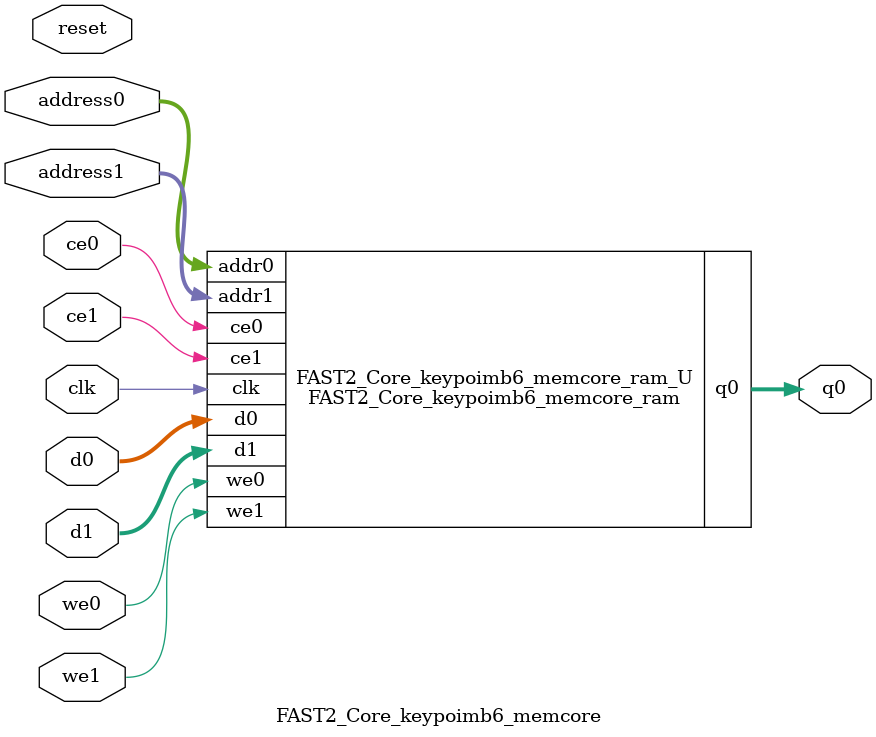
<source format=v>

`timescale 1 ns / 1 ps
module FAST2_Core_keypoimb6_memcore_ram (addr0, ce0, d0, we0, q0, addr1, ce1, d1, we1,  clk);

parameter DWIDTH = 16;
parameter AWIDTH = 11;
parameter MEM_SIZE = 2000;

input[AWIDTH-1:0] addr0;
input ce0;
input[DWIDTH-1:0] d0;
input we0;
output reg[DWIDTH-1:0] q0;
input[AWIDTH-1:0] addr1;
input ce1;
input[DWIDTH-1:0] d1;
input we1;
input clk;

(* ram_style = "block" *)reg [DWIDTH-1:0] ram[0:MEM_SIZE-1];




always @(posedge clk)  
begin 
    if (ce0) 
    begin
        if (we0) 
        begin 
            ram[addr0] <= d0; 
            q0 <= d0;
        end 
        else 
            q0 <= ram[addr0];
    end
end


always @(posedge clk)  
begin 
    if (ce1) 
    begin
        if (we1) 
        begin 
            ram[addr1] <= d1; 
        end 
    end
end


endmodule


`timescale 1 ns / 1 ps
module FAST2_Core_keypoimb6_memcore(
    reset,
    clk,
    address0,
    ce0,
    we0,
    d0,
    q0,
    address1,
    ce1,
    we1,
    d1);

parameter DataWidth = 32'd16;
parameter AddressRange = 32'd2000;
parameter AddressWidth = 32'd11;
input reset;
input clk;
input[AddressWidth - 1:0] address0;
input ce0;
input we0;
input[DataWidth - 1:0] d0;
output[DataWidth - 1:0] q0;
input[AddressWidth - 1:0] address1;
input ce1;
input we1;
input[DataWidth - 1:0] d1;



FAST2_Core_keypoimb6_memcore_ram FAST2_Core_keypoimb6_memcore_ram_U(
    .clk( clk ),
    .addr0( address0 ),
    .ce0( ce0 ),
    .we0( we0 ),
    .d0( d0 ),
    .q0( q0 ),
    .addr1( address1 ),
    .ce1( ce1 ),
    .we1( we1 ),
    .d1( d1 ));

endmodule


</source>
